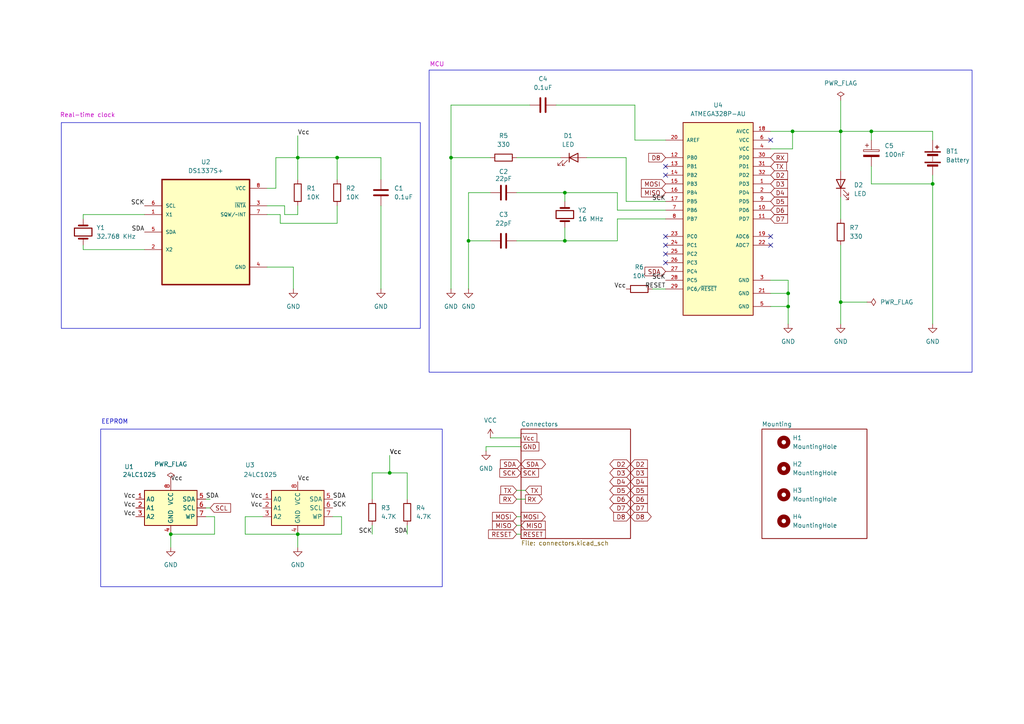
<source format=kicad_sch>
(kicad_sch (version 20250114) (generator "eeschema") (generator_version "9.0")
  (paper "A4")
  (title_block (title "MCU Datalogger") (rev "1") (company "Precious Nedilyn B. Echapare"))
  (lib_symbols
    (symbol "24LC1025_1"
      (property "Reference" "U1" (at -13.462 11.938 0))
      (property "Value" "24LC1025" (at -13.97 9.652 0))
      (symbol "24LC1025_1_1_1"
        (rectangle (start -7.62 5.08) (end 7.62 -5.08) (stroke (width 0.254)) (fill (type background)))
        (pin input line (at -10.16 2.54 0) (length 2.54) (name "A0") (number "1"))
        (pin input line (at -10.16 0 0) (length 2.54) (name "A1") (number "2"))
        (pin input line (at -10.16 -2.54 0) (length 2.54) (name "A2") (number "3"))
        (pin power_in line (at 0 7.62 270) (length 2.54) (name "VCC") (number "8"))
        (pin power_in line (at 0 -7.62 90) (length 2.54) (name "GND") (number "4"))
        (pin bidirectional line (at 10.16 2.54 180) (length 2.54) (name "SDA") (number "5"))
        (pin bidirectional line (at 10.16 0 180) (length 2.54) (name "SCL") (number "6"))
        (pin input line (at 10.16 -2.54 180) (length 2.54) (name "WP") (number "7"))
      )
    )
    (symbol "ATMEGA328P_AU:ATMEGA328P-AU" (pin_names (offset 1.016))
      (property "Reference" "U4" (at 0 33.02 0))
      (property "Value" "ATMEGA328P-AU" (at 0 30.48 0))
      (symbol "ATMEGA328P-AU_0_0"
        (rectangle (start -10.16 27.94) (end 10.16 -27.94) (stroke (width 0.254)) (fill (type background)))
        (pin input line (at -15.24 22.86 0) (length 5.08) (name "AREF") (number "20"))
        (pin bidirectional line (at -15.24 17.78 0) (length 5.08) (name "PB0") (number "12"))
        (pin bidirectional line (at -15.24 15.24 0) (length 5.08) (name "PB1") (number "13"))
        (pin bidirectional line (at -15.24 12.7 0) (length 5.08) (name "PB2") (number "14"))
        (pin bidirectional line (at -15.24 10.16 0) (length 5.08) (name "PB3") (number "15"))
        (pin bidirectional line (at -15.24 7.62 0) (length 5.08) (name "PB4") (number "16"))
        (pin bidirectional line (at -15.24 5.08 0) (length 5.08) (name "PB5") (number "17"))
        (pin bidirectional line (at -15.24 2.54 0) (length 5.08) (name "PB6") (number "7"))
        (pin bidirectional line (at -15.24 0 0) (length 5.08) (name "PB7") (number "8"))
        (pin bidirectional line (at -15.24 -5.08 0) (length 5.08) (name "PC0") (number "23"))
        (pin bidirectional line (at -15.24 -7.62 0) (length 5.08) (name "PC1") (number "24"))
        (pin bidirectional line (at -15.24 -10.16 0) (length 5.08) (name "PC2") (number "25"))
        (pin bidirectional line (at -15.24 -12.7 0) (length 5.08) (name "PC3") (number "26"))
        (pin bidirectional line (at -15.24 -15.24 0) (length 5.08) (name "PC4") (number "27"))
        (pin bidirectional line (at -15.24 -17.78 0) (length 5.08) (name "PC5") (number "28"))
        (pin bidirectional line (at -15.24 -20.32 0) (length 5.08) (name "PC6/~{RESET}") (number "29"))
        (pin power_in line (at 15.24 25.4 180) (length 5.08) (name "AVCC") (number "18"))
        (pin power_in line (at 15.24 22.86 180) (length 5.08) (name "VCC") (number "6"))
        (pin power_in line (at 15.24 20.32 180) (length 5.08) (name "VCC") (number "4"))
        (pin bidirectional line (at 15.24 17.78 180) (length 5.08) (name "PD0") (number "30"))
        (pin bidirectional line (at 15.24 15.24 180) (length 5.08) (name "PD1") (number "31"))
        (pin bidirectional line (at 15.24 12.7 180) (length 5.08) (name "PD2") (number "32"))
        (pin bidirectional line (at 15.24 10.16 180) (length 5.08) (name "PD3") (number "1"))
        (pin bidirectional line (at 15.24 7.62 180) (length 5.08) (name "PD4") (number "2"))
        (pin bidirectional line (at 15.24 5.08 180) (length 5.08) (name "PD5") (number "9"))
        (pin bidirectional line (at 15.24 2.54 180) (length 5.08) (name "PD6") (number "10"))
        (pin bidirectional line (at 15.24 0 180) (length 5.08) (name "PD7") (number "11"))
        (pin bidirectional line (at 15.24 -5.08 180) (length 5.08) (name "ADC6") (number "19"))
        (pin bidirectional line (at 15.24 -7.62 180) (length 5.08) (name "ADC7") (number "22"))
        (pin power_in line (at 15.24 -17.78 180) (length 5.08) (name "GND") (number "3"))
        (pin power_in line (at 15.24 -21.59 180) (length 5.08) (name "GND") (number "21"))
        (pin power_in line (at 15.24 -25.4 180) (length 5.08) (name "GND") (number "5"))
      )
    )
    (symbol "DS1337S:DS1337S_" (pin_names (offset 1.016))
      (property "Reference" "U" (at -12.7 16.24 0))
      (property "Value" "DS1337S_" (at -12.7 -19.24 0))
      (symbol "DS1337S__0_0"
        (rectangle (start -12.7 -15.24) (end 12.7 15.24) (stroke (width 0.41)) (fill (type background)))
        (pin input line (at -17.78 7.62 0) (length 5.08) (name "SCL") (number "6"))
        (pin input line (at -17.78 5.08 0) (length 5.08) (name "X1") (number "1"))
        (pin bidirectional line (at -17.78 0 0) (length 5.08) (name "SDA") (number "5"))
        (pin bidirectional line (at -17.78 -5.08 0) (length 5.08) (name "X2") (number "2"))
        (pin power_in line (at 17.78 12.7 180) (length 5.08) (name "VCC") (number "8"))
        (pin output line (at 17.78 7.62 180) (length 5.08) (name "~{INTA}") (number "3"))
        (pin output line (at 17.78 5.08 180) (length 5.08) (name "SQW/~INT") (number "7"))
        (pin power_in line (at 17.78 -10.16 180) (length 5.08) (name "GND") (number "4"))
      )
    )
    (symbol "Device:Battery" (pin_numbers (hide yes)) (pin_names (offset 0) (hide yes))
      (property "Reference" "BT" (at 2.54 2.54 0))
      (property "Value" "Battery" (at 2.54 0 0))
      (symbol "Battery_0_1"
        (rectangle (start -2.286 1.778) (end 2.286 1.524) (fill (type outline)))
        (rectangle (start -2.286 -1.27) (end 2.286 -1.524) (fill (type outline)))
        (rectangle (start -1.524 1.016) (end 1.524 0.508) (fill (type outline)))
        (rectangle (start -1.524 -2.032) (end 1.524 -2.54) (fill (type outline)))
        (polyline (pts (xy 0 1.778) (xy 0 2.54)))
        (polyline (pts (xy 0 0) (xy 0 0.254)))
        (polyline (pts (xy 0 -0.508) (xy 0 -0.254)))
        (polyline (pts (xy 0 -1.016) (xy 0 -0.762)))
        (polyline (pts (xy 0.762 3.048) (xy 1.778 3.048)) (stroke (width 0.254)))
        (polyline (pts (xy 1.27 3.556) (xy 1.27 2.54)) (stroke (width 0.254)))
      )
      (symbol "Battery_1_1"
        (pin passive line (at 0 5.08 270) (length 2.54) (name "+") (number "1"))
        (pin passive line (at 0 -5.08 90) (length 2.54) (name "-") (number "2"))
      )
    )
    (symbol "Device:C" (pin_numbers (hide yes)) (pin_names (offset 0.254))
      (property "Reference" "C" (at 0.635 2.54 0))
      (property "Value" "C" (at 0.635 -2.54 0))
      (symbol "C_0_1"
        (polyline (pts (xy -2.032 0.762) (xy 2.032 0.762)) (stroke (width 0.508)))
        (polyline (pts (xy -2.032 -0.762) (xy 2.032 -0.762)) (stroke (width 0.508)))
      )
      (symbol "C_1_1"
        (pin passive line (at 0 3.81 270) (length 2.794) (name "~") (number "1"))
        (pin passive line (at 0 -3.81 90) (length 2.794) (name "~") (number "2"))
      )
    )
    (symbol "Device:C_Polarized" (pin_numbers (hide yes)) (pin_names (offset 0.254))
      (property "Reference" "C" (at 0.635 2.54 0))
      (property "Value" "C_Polarized" (at 0.635 -2.54 0))
      (symbol "C_Polarized_0_1"
        (rectangle (start -2.286 0.508) (end 2.286 1.016))
        (polyline (pts (xy -1.778 2.286) (xy -0.762 2.286)))
        (polyline (pts (xy -1.27 2.794) (xy -1.27 1.778)))
        (rectangle (start 2.286 -0.508) (end -2.286 -1.016) (fill (type outline)))
      )
      (symbol "C_Polarized_1_1"
        (pin passive line (at 0 3.81 270) (length 2.794) (name "~") (number "1"))
        (pin passive line (at 0 -3.81 90) (length 2.794) (name "~") (number "2"))
      )
    )
    (symbol "Device:Crystal" (pin_numbers (hide yes)) (pin_names (offset 1.016) (hide yes))
      (property "Reference" "Y" (at 0 3.81 0))
      (property "Value" "Crystal" (at 0 -3.81 0))
      (symbol "Crystal_0_1"
        (polyline (pts (xy -2.54 0) (xy -1.905 0)))
        (polyline (pts (xy -1.905 -1.27) (xy -1.905 1.27)) (stroke (width 0.508)))
        (rectangle (start -1.143 2.54) (end 1.143 -2.54) (stroke (width 0.3048)))
        (polyline (pts (xy 1.905 -1.27) (xy 1.905 1.27)) (stroke (width 0.508)))
        (polyline (pts (xy 2.54 0) (xy 1.905 0)))
      )
      (symbol "Crystal_1_1"
        (pin passive line (at -3.81 0 0) (length 1.27) (name "1") (number "1"))
        (pin passive line (at 3.81 0 180) (length 1.27) (name "2") (number "2"))
      )
    )
    (symbol "Device:LED" (pin_numbers (hide yes)) (pin_names (offset 1.016) (hide yes))
      (property "Reference" "D" (at 0 2.54 0))
      (property "Value" "LED" (at 0 -2.54 0))
      (symbol "LED_0_1"
        (polyline (pts (xy -3.048 -0.762) (xy -4.572 -2.286) (xy -3.81 -2.286) (xy -4.572 -2.286) (xy -4.572 -1.524)))
        (polyline (pts (xy -1.778 -0.762) (xy -3.302 -2.286) (xy -2.54 -2.286) (xy -3.302 -2.286) (xy -3.302 -1.524)))
        (polyline (pts (xy -1.27 0) (xy 1.27 0)))
        (polyline (pts (xy -1.27 -1.27) (xy -1.27 1.27)) (stroke (width 0.254)))
        (polyline (pts (xy 1.27 -1.27) (xy 1.27 1.27) (xy -1.27 0) (xy 1.27 -1.27)) (stroke (width 0.254)))
      )
      (symbol "LED_1_1"
        (pin passive line (at -3.81 0 0) (length 2.54) (name "K") (number "1"))
        (pin passive line (at 3.81 0 180) (length 2.54) (name "A") (number "2"))
      )
    )
    (symbol "Device:R" (pin_numbers (hide yes)) (pin_names (offset 0))
      (property "Reference" "R" (at 2.032 0 90))
      (property "Value" "R" (at 0 0 90))
      (symbol "R_0_1"
        (rectangle (start -1.016 -2.54) (end 1.016 2.54) (stroke (width 0.254)))
      )
      (symbol "R_1_1"
        (pin passive line (at 0 3.81 270) (length 1.27) (name "~") (number "1"))
        (pin passive line (at 0 -3.81 90) (length 1.27) (name "~") (number "2"))
      )
    )
    (symbol "Mechanical:MountingHole" (pin_names (offset 1.016)) (in_bom no)
      (property "Reference" "H" (at 0 5.08 0))
      (property "Value" "MountingHole" (at 0 3.175 0))
      (symbol "MountingHole_0_1"
        (circle (center 0 0) (radius 1.27) (stroke (width 1.27)))
      )
    )
    (symbol "Memory_EEPROM:24LC1025"
      (property "Reference" "U" (at -6.35 6.35 0))
      (property "Value" "24LC1025" (at 1.27 6.35 0))
      (symbol "24LC1025_1_1"
        (rectangle (start -7.62 5.08) (end 7.62 -5.08) (stroke (width 0.254)) (fill (type background)))
        (pin input line (at -10.16 2.54 0) (length 2.54) (name "A0") (number "1"))
        (pin input line (at -10.16 0 0) (length 2.54) (name "A1") (number "2"))
        (pin input line (at -10.16 -2.54 0) (length 2.54) (name "A2") (number "3"))
        (pin power_in line (at 0 7.62 270) (length 2.54) (name "VCC") (number "8"))
        (pin power_in line (at 0 -7.62 90) (length 2.54) (name "GND") (number "4"))
        (pin bidirectional line (at 10.16 2.54 180) (length 2.54) (name "SDA") (number "5"))
        (pin input line (at 10.16 0 180) (length 2.54) (name "SCL") (number "6"))
        (pin input line (at 10.16 -2.54 180) (length 2.54) (name "WP") (number "7"))
      )
    )
    (symbol "power:GND" (power) (pin_numbers (hide yes)) (pin_names (offset 0) (hide yes))
      (property "Value" "GND" (at 0 -3.81 0))
      (symbol "GND_0_1"
        (polyline (pts (xy 0 0) (xy 0 -1.27) (xy 1.27 -1.27) (xy 0 -2.54) (xy -1.27 -1.27) (xy 0 -1.27)))
      )
      (symbol "GND_1_1"
        (pin power_in line (at 0 0 270) (length 0) (name "~") (number "1"))
      )
    )
    (symbol "power:PWR_FLAG" (power) (pin_numbers (hide yes)) (pin_names (offset 0) (hide yes))
      (property "Value" "PWR_FLAG" (at 0 3.81 0))
      (symbol "PWR_FLAG_0_0"
        (pin power_out line (at 0 0 90) (length 0) (name "~") (number "1"))
      )
      (symbol "PWR_FLAG_0_1"
        (polyline (pts (xy 0 0) (xy 0 1.27) (xy -1.016 1.905) (xy 0 2.54) (xy 1.016 1.905) (xy 0 1.27)))
      )
    )
    (symbol "power:VCC" (power) (pin_numbers (hide yes)) (pin_names (offset 0) (hide yes))
      (property "Value" "VCC" (at 0 3.556 0))
      (symbol "VCC_0_1"
        (polyline (pts (xy -0.762 1.27) (xy 0 2.54)))
        (polyline (pts (xy 0 2.54) (xy 0.762 1.27)))
        (polyline (pts (xy 0 0) (xy 0 2.54)))
      )
      (symbol "VCC_1_1"
        (pin power_in line (at 0 0 90) (length 0) (name "~") (number "1"))
      )
    )
  )
  (rectangle (start 124.46 20.32) (end 281.94 107.95))
  (rectangle (start 29.21 124.46) (end 128.27 170.18))
  (rectangle (start 17.78 35.56) (end 121.92 95.25))
  (text "MCU" (at 126.746 18.796 0) (effects (font (size 1.27 1.27))))
  (text "EEPROM" (at 33.274 122.428 0) (effects (font (size 1.27 1.27))))
  (text "Real-time clock" (at 25.4 33.528 0) (effects (font (size 1.27 1.27))))
  (junction (at 113.03 137.16))
  (junction (at 243.84 87.63))
  (junction (at 135.89 69.85))
  (junction (at 130.81 45.72))
  (junction (at 86.36 45.72))
  (junction (at 163.83 69.85))
  (junction (at 270.51 53.34))
  (junction (at 49.53 154.94))
  (junction (at 252.73 38.1))
  (junction (at 97.79 45.72))
  (junction (at 86.36 154.94))
  (junction (at 163.83 55.88))
  (junction (at 243.84 38.1))
  (junction (at 228.6 88.9))
  (junction (at 229.87 38.1))
  (junction (at 228.6 85.09))
  (no_connect (at 193.04 68.58))
  (no_connect (at 223.52 68.58))
  (no_connect (at 193.04 76.2))
  (no_connect (at 193.04 73.66))
  (no_connect (at 193.04 71.12))
  (no_connect (at 193.04 50.8))
  (no_connect (at 223.52 71.12))
  (no_connect (at 193.04 48.26))
  (no_connect (at 223.52 40.64))
  (wire (pts (xy 77.47 77.47) (xy 85.09 77.47)))
  (wire (pts (xy 59.69 147.32) (xy 60.96 147.32)))
  (wire (pts (xy 270.51 38.1) (xy 270.51 40.64)))
  (wire (pts (xy 81.28 62.23) (xy 81.28 64.77)))
  (wire (pts (xy 118.11 137.16) (xy 118.11 144.78)))
  (wire (pts (xy 243.84 71.12) (xy 243.84 87.63)))
  (wire (pts (xy 149.86 144.78) (xy 152.4 144.78)))
  (wire (pts (xy 77.47 59.69) (xy 82.55 59.69)))
  (wire (pts (xy 163.83 58.42) (xy 163.83 55.88)))
  (wire (pts (xy 270.51 50.8) (xy 270.51 53.34)))
  (wire (pts (xy 82.55 62.23) (xy 86.36 62.23)))
  (wire (pts (xy 71.12 149.86) (xy 71.12 154.94)))
  (wire (pts (xy 97.79 64.77) (xy 97.79 59.69)))
  (wire (pts (xy 110.49 59.69) (xy 110.49 83.82)))
  (wire (pts (xy 80.01 54.61) (xy 77.47 54.61)))
  (wire (pts (xy 24.13 71.12) (xy 24.13 72.39)))
  (wire (pts (xy 223.52 88.9) (xy 228.6 88.9)))
  (wire (pts (xy 76.2 149.86) (xy 71.12 149.86)))
  (wire (pts (xy 223.52 43.18) (xy 229.87 43.18)))
  (wire (pts (xy 24.13 72.39) (xy 41.91 72.39)))
  (wire (pts (xy 82.55 59.69) (xy 82.55 62.23)))
  (wire (pts (xy 149.86 55.88) (xy 163.83 55.88)))
  (wire (pts (xy 153.67 30.48) (xy 130.81 30.48)))
  (wire (pts (xy 163.83 69.85) (xy 149.86 69.85)))
  (wire (pts (xy 86.36 45.72) (xy 97.79 45.72)))
  (wire (pts (xy 149.86 142.24) (xy 152.4 142.24)))
  (wire (pts (xy 163.83 55.88) (xy 179.07 55.88)))
  (wire (pts (xy 228.6 85.09) (xy 228.6 88.9)))
  (wire (pts (xy 81.28 64.77) (xy 97.79 64.77)))
  (wire (pts (xy 107.95 137.16) (xy 113.03 137.16)))
  (wire (pts (xy 184.15 30.48) (xy 184.15 40.64)))
  (wire (pts (xy 228.6 81.28) (xy 228.6 85.09)))
  (wire (pts (xy 149.86 45.72) (xy 162.56 45.72)))
  (wire (pts (xy 223.52 38.1) (xy 229.87 38.1)))
  (wire (pts (xy 189.23 83.82) (xy 193.04 83.82)))
  (wire (pts (xy 243.84 38.1) (xy 243.84 49.53)))
  (wire (pts (xy 252.73 53.34) (xy 270.51 53.34)))
  (wire (pts (xy 59.69 149.86) (xy 62.23 149.86)))
  (wire (pts (xy 118.11 152.4) (xy 118.11 154.94)))
  (wire (pts (xy 179.07 55.88) (xy 179.07 60.96)))
  (wire (pts (xy 179.07 63.5) (xy 179.07 69.85)))
  (wire (pts (xy 110.49 45.72) (xy 97.79 45.72)))
  (wire (pts (xy 135.89 55.88) (xy 135.89 69.85)))
  (wire (pts (xy 223.52 81.28) (xy 228.6 81.28)))
  (wire (pts (xy 113.03 132.08) (xy 113.03 137.16)))
  (wire (pts (xy 110.49 52.07) (xy 110.49 45.72)))
  (wire (pts (xy 243.84 87.63) (xy 251.46 87.63)))
  (wire (pts (xy 135.89 69.85) (xy 135.89 83.82)))
  (wire (pts (xy 24.13 62.23) (xy 24.13 63.5)))
  (wire (pts (xy 85.09 77.47) (xy 85.09 83.82)))
  (wire (pts (xy 149.86 154.94) (xy 151.13 154.94)))
  (wire (pts (xy 86.36 154.94) (xy 86.36 158.75)))
  (wire (pts (xy 86.36 62.23) (xy 86.36 59.69)))
  (wire (pts (xy 243.84 57.15) (xy 243.84 63.5)))
  (wire (pts (xy 243.84 29.21) (xy 243.84 38.1)))
  (wire (pts (xy 71.12 154.94) (xy 86.36 154.94)))
  (wire (pts (xy 130.81 45.72) (xy 130.81 83.82)))
  (wire (pts (xy 193.04 63.5) (xy 179.07 63.5)))
  (wire (pts (xy 86.36 45.72) (xy 80.01 45.72)))
  (wire (pts (xy 252.73 48.26) (xy 252.73 53.34)))
  (wire (pts (xy 60.96 144.78) (xy 59.69 144.78)))
  (wire (pts (xy 41.91 62.23) (xy 24.13 62.23)))
  (wire (pts (xy 179.07 60.96) (xy 193.04 60.96)))
  (wire (pts (xy 107.95 144.78) (xy 107.95 137.16)))
  (wire (pts (xy 140.97 129.54) (xy 140.97 130.81)))
  (wire (pts (xy 77.47 62.23) (xy 81.28 62.23)))
  (wire (pts (xy 86.36 52.07) (xy 86.36 45.72)))
  (wire (pts (xy 252.73 38.1) (xy 270.51 38.1)))
  (wire (pts (xy 151.13 129.54) (xy 140.97 129.54)))
  (wire (pts (xy 49.53 154.94) (xy 49.53 158.75)))
  (wire (pts (xy 80.01 45.72) (xy 80.01 54.61)))
  (wire (pts (xy 142.24 127) (xy 151.13 127)))
  (wire (pts (xy 107.95 152.4) (xy 107.95 154.94)))
  (wire (pts (xy 229.87 43.18) (xy 229.87 38.1)))
  (wire (pts (xy 149.86 149.86) (xy 151.13 149.86)))
  (wire (pts (xy 243.84 38.1) (xy 252.73 38.1)))
  (wire (pts (xy 99.06 154.94) (xy 99.06 149.86)))
  (wire (pts (xy 62.23 154.94) (xy 62.23 149.86)))
  (wire (pts (xy 184.15 40.64) (xy 193.04 40.64)))
  (wire (pts (xy 49.53 154.94) (xy 62.23 154.94)))
  (wire (pts (xy 142.24 55.88) (xy 135.89 55.88)))
  (wire (pts (xy 223.52 85.09) (xy 228.6 85.09)))
  (wire (pts (xy 179.07 69.85) (xy 163.83 69.85)))
  (wire (pts (xy 170.18 45.72) (xy 181.61 45.72)))
  (wire (pts (xy 228.6 88.9) (xy 228.6 93.98)))
  (wire (pts (xy 86.36 154.94) (xy 99.06 154.94)))
  (wire (pts (xy 161.29 30.48) (xy 184.15 30.48)))
  (wire (pts (xy 135.89 69.85) (xy 142.24 69.85)))
  (wire (pts (xy 86.36 39.37) (xy 86.36 45.72)))
  (wire (pts (xy 181.61 45.72) (xy 181.61 58.42)))
  (wire (pts (xy 97.79 45.72) (xy 97.79 52.07)))
  (wire (pts (xy 149.86 152.4) (xy 151.13 152.4)))
  (wire (pts (xy 99.06 149.86) (xy 96.52 149.86)))
  (wire (pts (xy 252.73 38.1) (xy 252.73 40.64)))
  (wire (pts (xy 270.51 53.34) (xy 270.51 93.98)))
  (wire (pts (xy 181.61 58.42) (xy 193.04 58.42)))
  (wire (pts (xy 113.03 137.16) (xy 118.11 137.16)))
  (wire (pts (xy 130.81 30.48) (xy 130.81 45.72)))
  (wire (pts (xy 130.81 45.72) (xy 142.24 45.72)))
  (wire (pts (xy 163.83 66.04) (xy 163.83 69.85)))
  (wire (pts (xy 229.87 38.1) (xy 243.84 38.1)))
  (wire (pts (xy 243.84 87.63) (xy 243.84 93.98)))
  (label "Vcc" (at 76.2 144.78 180))
  (label "RESET" (at 193.04 83.82 180))
  (label "Vcc" (at 113.03 132.08 0))
  (label "Vcc" (at 86.36 139.7 0))
  (label "SCK" (at 107.95 154.94 180))
  (label "Vcc" (at 49.53 139.7 0))
  (label "Vcc" (at 39.37 149.86 180))
  (label "SCK" (at 41.91 59.69 180))
  (label "Vcc" (at 39.37 144.78 180))
  (label "Vcc" (at 76.2 147.32 180))
  (label "Vcc" (at 86.36 39.37 0))
  (label "SCK" (at 193.04 81.28 180))
  (label "Vcc" (at 39.37 147.32 180))
  (label "Vcc" (at 181.61 83.82 180))
  (label "SCK" (at 193.04 58.42 180))
  (label "SDA" (at 96.52 144.78 0))
  (label "SDA" (at 118.11 154.94 180))
  (label "SDA" (at 41.91 67.31 180))
  (label "Vcc" (at 113.03 132.08 0))
  (label "SDA" (at 59.69 144.78 0))
  (label "SCK" (at 96.52 147.32 0))
  (global_label "D8" (shape tri_state) (at 182.88 149.86 0) (property "Intersheetrefs" "${INTERSHEET_REFS}" (effects (hide yes))))
  (global_label "D5" (shape tri_state) (at 182.88 142.24 180) (property "Intersheetrefs" "${INTERSHEET_REFS}" (effects (hide yes))))
  (global_label "Vcc" (shape passive) (at 151.13 127 0) (property "Intersheetrefs" "${INTERSHEET_REFS}" (effects (hide yes))))
  (global_label "RESET" (shape passive) (at 151.13 154.94 0) (property "Intersheetrefs" "${INTERSHEET_REFS}" (effects (hide yes))))
  (global_label "MISO" (shape input) (at 151.13 152.4 0) (property "Intersheetrefs" "${INTERSHEET_REFS}" (effects (hide yes))))
  (global_label "RESET" (shape input) (at 149.86 154.94 180) (property "Intersheetrefs" "${INTERSHEET_REFS}" (effects (hide yes))))
  (global_label "MISO" (shape input) (at 193.04 55.88 180) (property "Intersheetrefs" "${INTERSHEET_REFS}" (effects (hide yes))))
  (global_label "TX" (shape input) (at 223.52 48.26 0) (property "Intersheetrefs" "${INTERSHEET_REFS}" (effects (hide yes))))
  (global_label "D4" (shape input) (at 223.52 55.88 0) (property "Intersheetrefs" "${INTERSHEET_REFS}" (effects (hide yes))))
  (global_label "TX" (shape input) (at 152.4 142.24 0) (property "Intersheetrefs" "${INTERSHEET_REFS}" (effects (hide yes))))
  (global_label "SCL" (shape input) (at 60.96 147.32 0) (property "Intersheetrefs" "${INTERSHEET_REFS}" (effects (hide yes))))
  (global_label "D6" (shape input) (at 182.88 144.78 0) (property "Intersheetrefs" "${INTERSHEET_REFS}" (effects (hide yes))))
  (global_label "SDA" (shape input) (at 193.04 78.74 180) (property "Intersheetrefs" "${INTERSHEET_REFS}" (effects (hide yes))))
  (global_label "D3" (shape input) (at 223.52 53.34 0) (property "Intersheetrefs" "${INTERSHEET_REFS}" (effects (hide yes))))
  (global_label "MISO" (shape input) (at 149.86 152.4 180) (property "Intersheetrefs" "${INTERSHEET_REFS}" (effects (hide yes))))
  (global_label "D7" (shape input) (at 182.88 147.32 0) (property "Intersheetrefs" "${INTERSHEET_REFS}" (effects (hide yes))))
  (global_label "D4" (shape tri_state) (at 182.88 139.7 180) (property "Intersheetrefs" "${INTERSHEET_REFS}" (effects (hide yes))))
  (global_label "D8" (shape input) (at 193.04 45.72 180) (property "Intersheetrefs" "${INTERSHEET_REFS}" (effects (hide yes))))
  (global_label "RX" (shape input) (at 223.52 45.72 0) (property "Intersheetrefs" "${INTERSHEET_REFS}" (effects (hide yes))))
  (global_label "D6" (shape tri_state) (at 182.88 144.78 180) (property "Intersheetrefs" "${INTERSHEET_REFS}" (effects (hide yes))))
  (global_label "D5" (shape input) (at 182.88 142.24 0) (property "Intersheetrefs" "${INTERSHEET_REFS}" (effects (hide yes))))
  (global_label "D3" (shape input) (at 182.88 137.16 0) (property "Intersheetrefs" "${INTERSHEET_REFS}" (effects (hide yes))))
  (global_label "MOSI" (shape input) (at 149.86 149.86 180) (property "Intersheetrefs" "${INTERSHEET_REFS}" (effects (hide yes))))
  (global_label "D2" (shape tri_state) (at 182.88 134.62 180) (property "Intersheetrefs" "${INTERSHEET_REFS}" (effects (hide yes))))
  (global_label "SCK" (shape passive) (at 151.13 137.16 0) (property "Intersheetrefs" "${INTERSHEET_REFS}" (effects (hide yes))))
  (global_label "D3" (shape tri_state) (at 182.88 137.16 180) (property "Intersheetrefs" "${INTERSHEET_REFS}" (effects (hide yes))))
  (global_label "D7" (shape tri_state) (at 182.88 147.32 180) (property "Intersheetrefs" "${INTERSHEET_REFS}" (effects (hide yes))))
  (global_label "SCK" (shape input) (at 151.13 137.16 180) (property "Intersheetrefs" "${INTERSHEET_REFS}" (effects (hide yes))))
  (global_label "D2" (shape input) (at 223.52 50.8 0) (property "Intersheetrefs" "${INTERSHEET_REFS}" (effects (hide yes))))
  (global_label "D4" (shape input) (at 182.88 139.7 0) (property "Intersheetrefs" "${INTERSHEET_REFS}" (effects (hide yes))))
  (global_label "SDA" (shape input) (at 151.13 134.62 180) (property "Intersheetrefs" "${INTERSHEET_REFS}" (effects (hide yes))))
  (global_label "D6" (shape input) (at 223.52 60.96 0) (property "Intersheetrefs" "${INTERSHEET_REFS}" (effects (hide yes))))
  (global_label "MOSI" (shape output) (at 151.13 149.86 0) (property "Intersheetrefs" "${INTERSHEET_REFS}" (effects (hide yes))))
  (global_label "SDA" (shape tri_state) (at 151.13 134.62 0) (property "Intersheetrefs" "${INTERSHEET_REFS}" (effects (hide yes))))
  (global_label "TX" (shape input) (at 149.86 142.24 180) (property "Intersheetrefs" "${INTERSHEET_REFS}" (effects (hide yes))))
  (global_label "RX" (shape input) (at 149.86 144.78 180) (property "Intersheetrefs" "${INTERSHEET_REFS}" (effects (hide yes))))
  (global_label "D5" (shape input) (at 223.52 58.42 0) (property "Intersheetrefs" "${INTERSHEET_REFS}" (effects (hide yes))))
  (global_label "MOSI" (shape input) (at 193.04 53.34 180) (property "Intersheetrefs" "${INTERSHEET_REFS}" (effects (hide yes))))
  (global_label "GND" (shape passive) (at 151.13 129.54 0) (property "Intersheetrefs" "${INTERSHEET_REFS}" (effects (hide yes))))
  (global_label "D2" (shape input) (at 182.88 134.62 0) (property "Intersheetrefs" "${INTERSHEET_REFS}" (effects (hide yes))))
  (global_label "D8" (shape input) (at 182.88 149.86 180) (property "Intersheetrefs" "${INTERSHEET_REFS}" (effects (hide yes))))
  (global_label "RX" (shape output) (at 152.4 144.78 0) (property "Intersheetrefs" "${INTERSHEET_REFS}" (effects (hide yes))))
  (global_label "D7" (shape input) (at 223.52 63.5 0) (property "Intersheetrefs" "${INTERSHEET_REFS}" (effects (hide yes))))
  (symbol (lib_id "Mechanical:MountingHole") (at 227.33 143.51 0) (unit 1) (in_bom no)
    (property "Reference" "H3" (at 229.87 142.2399 0) (effects (justify left)))
    (property "Value" "MountingHole" (at 229.87 144.7799 0) (effects (justify left)))
    (property "Description" "Mounting Hole without connection" (effects (hide yes)))
  )
  (symbol (lib_id "Memory_EEPROM:24LC1025") (at 86.36 147.32 0) (unit 1)
    (property "Reference" "U3" (at 71.12 134.874 0) (effects (justify left)))
    (property "Value" "24LC1025" (at 70.612 137.668 0) (effects (justify left)))
    (property "Footprint" "Package_SO:SOIC-8_3.9x4.9mm_P1.27mm" (effects (hide yes)))
    (property "Datasheet" "http://ww1.microchip.com/downloads/en/DeviceDoc/21941B.pdf" (effects (hide yes)))
    (property "Description" "I2C Serial EEPROM, 1024Kb, DIP-8/SOIC-8/TSSOP-8/DFN-8" (effects (hide yes)))
  )
  (symbol (lib_id "power:GND") (at 130.81 83.82 0) (unit 1)
    (property "Reference" "#PWR04" (effects (hide yes)))
    (property "Value" "GND" (at 130.81 88.9 0))
    (property "Description" "Power symbol creates a global label with name \"GND\" , ground" (effects (hide yes)))
  )
  (symbol (lib_id "Device:Crystal") (at 24.13 67.31 90) (unit 1)
    (property "Reference" "Y1" (at 27.94 66.0399 90) (effects (justify right)))
    (property "Value" "32.768 KHz" (at 27.94 68.5799 90) (effects (justify right)))
    (property "Footprint" "Crystal:Crystal_SMD_5032-2Pin_5.0x3.2mm_HandSoldering" (effects (hide yes)))
    (property "Description" "Two pin crystal" (effects (hide yes)))
  )
  (symbol (lib_id "power:GND") (at 49.53 158.75 0) (unit 1)
    (property "Reference" "#PWR09" (effects (hide yes)))
    (property "Value" "GND" (at 49.53 163.83 0))
    (property "Description" "Power symbol creates a global label with name \"GND\" , ground" (effects (hide yes)))
  )
  (symbol (lib_id "Mechanical:MountingHole") (at 227.33 151.13 0) (unit 1) (in_bom no)
    (property "Reference" "H4" (at 229.87 149.8599 0) (effects (justify left)))
    (property "Value" "MountingHole" (at 229.87 152.3999 0) (effects (justify left)))
    (property "Description" "Mounting Hole without connection" (effects (hide yes)))
  )
  (symbol (lib_id "Device:Battery") (at 270.51 45.72 0) (unit 1)
    (property "Reference" "BT1" (at 274.32 43.8784 0) (effects (justify left)))
    (property "Value" "Battery" (at 274.32 46.4184 0) (effects (justify left)))
    (property "Footprint" "Connector_PinHeader_2.54mm:PinHeader_1x02_P2.54mm_Vertical" (effects (hide yes)))
    (property "Description" "Multiple-cell battery" (effects (hide yes)))
  )
  (symbol (lib_id "power:GND") (at 85.09 83.82 0) (unit 1)
    (property "Reference" "#PWR07" (effects (hide yes)))
    (property "Value" "GND" (at 85.09 88.9 0))
    (property "Description" "Power symbol creates a global label with name \"GND\" , ground" (effects (hide yes)))
  )
  (symbol (lib_id "power:PWR_FLAG") (at 49.53 139.7 0) (unit 1)
    (property "Reference" "#FLG03" (effects (hide yes)))
    (property "Value" "PWR_FLAG" (at 49.53 134.62 0))
    (property "Description" "Special symbol for telling ERC where power comes from" (effects (hide yes)))
  )
  (symbol (lib_id "Device:R") (at 146.05 45.72 90) (unit 1)
    (property "Reference" "R5" (at 146.05 39.37 90))
    (property "Value" "330" (at 146.05 41.91 90))
    (property "Footprint" "Resistor_SMD:R_0805_2012Metric" (effects (hide yes)))
    (property "Description" "Resistor" (effects (hide yes)))
  )
  (symbol (lib_id "Mechanical:MountingHole") (at 227.33 135.89 0) (unit 1) (in_bom no)
    (property "Reference" "H2" (at 229.87 134.6199 0) (effects (justify left)))
    (property "Value" "MountingHole" (at 229.87 137.1599 0) (effects (justify left)))
    (property "Description" "Mounting Hole without connection" (effects (hide yes)))
  )
  (symbol (lib_id "power:GND") (at 140.97 130.81 0) (unit 1)
    (property "Reference" "#PWR010" (effects (hide yes)))
    (property "Value" "GND" (at 140.97 135.89 0))
    (property "Description" "Power symbol creates a global label with name \"GND\" , ground" (effects (hide yes)))
  )
  (symbol (lib_id "Device:C") (at 110.49 55.88 0) (unit 1)
    (property "Reference" "C1" (at 114.3 54.6099 0) (effects (font (thickness 0.1588)) (justify left)))
    (property "Value" "0.1uF" (at 114.3 57.1499 0) (effects (justify left)))
    (property "Footprint" "Capacitor_SMD:C_0805_2012Metric" (effects (hide yes)))
    (property "Description" "Unpolarized capacitor" (effects (hide yes)))
  )
  (symbol (lib_id "Device:R") (at 86.36 55.88 0) (unit 1)
    (property "Reference" "R1" (at 88.9 54.6099 0) (effects (justify left)))
    (property "Value" "10K" (at 88.9 57.1499 0) (effects (justify left)))
    (property "Footprint" "Resistor_SMD:R_0805_2012Metric" (effects (hide yes)))
    (property "Description" "Resistor" (effects (hide yes)))
  )
  (symbol (lib_id "power:VCC") (at 142.24 127 0) (unit 1)
    (property "Reference" "#PWR011" (effects (hide yes)))
    (property "Value" "VCC" (at 142.24 121.92 0))
    (property "Description" "Power symbol creates a global label with name \"VCC\"" (effects (hide yes)))
  )
  (symbol (lib_id "power:GND") (at 243.84 93.98 0) (unit 1)
    (property "Reference" "#PWR02" (effects (hide yes)))
    (property "Value" "GND" (at 243.84 99.06 0))
    (property "Description" "Power symbol creates a global label with name \"GND\" , ground" (effects (hide yes)))
  )
  (symbol (lib_id "power:PWR_FLAG") (at 243.84 29.21 0) (unit 1)
    (property "Reference" "#FLG01" (effects (hide yes)))
    (property "Value" "PWR_FLAG" (at 243.84 24.13 0))
    (property "Description" "Special symbol for telling ERC where power comes from" (effects (hide yes)))
  )
  (symbol (lib_id "Device:R") (at 185.42 83.82 90) (unit 1)
    (property "Reference" "R6" (at 185.42 77.47 90))
    (property "Value" "10K" (at 185.42 80.01 90))
    (property "Footprint" "Resistor_SMD:R_0805_2012Metric" (effects (hide yes)))
    (property "Description" "Resistor" (effects (hide yes)))
  )
  (symbol (lib_id "Device:R") (at 107.95 148.59 0) (unit 1)
    (property "Reference" "R3" (at 110.49 147.3199 0) (effects (justify left)))
    (property "Value" "4.7K" (at 110.49 149.8599 0) (effects (justify left)))
    (property "Footprint" "Resistor_SMD:R_0805_2012Metric" (effects (hide yes)))
    (property "Description" "Resistor" (effects (hide yes)))
  )
  (symbol (lib_id "Mechanical:MountingHole") (at 227.33 128.27 0) (unit 1) (in_bom no)
    (property "Reference" "H1" (at 229.87 126.9999 0) (effects (justify left)))
    (property "Value" "MountingHole" (at 229.87 129.5399 0) (effects (justify left)))
    (property "Description" "Mounting Hole without connection" (effects (hide yes)))
  )
  (symbol (lib_id "Device:C") (at 157.48 30.48 90) (unit 1)
    (property "Reference" "C4" (at 157.48 22.86 90))
    (property "Value" "0.1uF" (at 157.48 25.4 90))
    (property "Footprint" "Capacitor_SMD:C_0805_2012Metric" (effects (hide yes)))
    (property "Description" "Unpolarized capacitor" (effects (hide yes)))
  )
  (symbol (lib_id "power:GND") (at 270.51 93.98 0) (unit 1)
    (property "Reference" "#PWR01" (effects (hide yes)))
    (property "Value" "GND" (at 270.51 99.06 0))
    (property "Description" "Power symbol creates a global label with name \"GND\" , ground" (effects (hide yes)))
  )
  (symbol (lib_id "Device:C_Polarized") (at 252.73 44.45 0) (unit 1)
    (property "Reference" "C5" (at 256.54 42.2909 0) (effects (justify left)))
    (property "Value" "100nF" (at 256.54 44.8309 0) (effects (justify left)))
    (property "Footprint" "Capacitor_SMD:C_0805_2012Metric" (effects (hide yes)))
    (property "Description" "Polarized capacitor" (effects (hide yes)))
  )
  (symbol (lib_id "Device:R") (at 118.11 148.59 0) (unit 1)
    (property "Reference" "R4" (at 120.65 147.3199 0) (effects (justify left)))
    (property "Value" "4.7K" (at 120.65 149.8599 0) (effects (justify left)))
    (property "Footprint" "Resistor_SMD:R_0805_2012Metric" (effects (hide yes)))
    (property "Description" "Resistor" (effects (hide yes)))
  )
  (symbol (lib_id "power:GND") (at 135.89 83.82 0) (unit 1)
    (property "Reference" "#PWR05" (effects (hide yes)))
    (property "Value" "GND" (at 135.89 88.9 0))
    (property "Description" "Power symbol creates a global label with name \"GND\" , ground" (effects (hide yes)))
  )
  (symbol (lib_id "Device:R") (at 243.84 67.31 0) (unit 1)
    (property "Reference" "R7" (at 246.38 66.0399 0) (effects (justify left)))
    (property "Value" "330" (at 246.38 68.5799 0) (effects (justify left)))
    (property "Footprint" "Resistor_SMD:R_0805_2012Metric" (effects (hide yes)))
    (property "Description" "Resistor" (effects (hide yes)))
  )
  (symbol (lib_id "Device:R") (at 97.79 55.88 0) (unit 1)
    (property "Reference" "R2" (at 100.33 54.6099 0) (effects (justify left)))
    (property "Value" "10K" (at 100.33 57.1499 0) (effects (justify left)))
    (property "Footprint" "Resistor_SMD:R_0805_2012Metric" (effects (hide yes)))
    (property "Description" "Resistor" (effects (hide yes)))
  )
  (symbol (lib_id "Device:LED") (at 243.84 53.34 90) (unit 1)
    (property "Reference" "D2" (at 247.65 53.6574 90) (effects (justify right)))
    (property "Value" "LED" (at 247.65 56.1974 90) (effects (justify right)))
    (property "Footprint" "LED_SMD:LED_0805_2012Metric" (effects (hide yes)))
    (property "Description" "Light emitting diode" (effects (hide yes)))
    (property "Sim.Pins" "1=K 2=A" (effects (hide yes)))
  )
  (symbol (lib_id "power:GND") (at 86.36 158.75 0) (unit 1)
    (property "Reference" "#PWR08" (effects (hide yes)))
    (property "Value" "GND" (at 86.36 163.83 0))
    (property "Description" "Power symbol creates a global label with name \"GND\" , ground" (effects (hide yes)))
  )
  (symbol (lib_name "24LC1025_1") (lib_id "Memory_EEPROM:24LC1025") (at 49.53 147.32 0) (unit 1)
    (property "Reference" "U1" (at 36.068 135.382 0) (effects (justify left)))
    (property "Value" "24LC1025" (at 35.56 137.668 0) (effects (justify left)))
    (property "Footprint" "Package_SO:SOIC-8_3.9x4.9mm_P1.27mm" (effects (hide yes)))
    (property "Datasheet" "http://ww1.microchip.com/downloads/en/DeviceDoc/21941B.pdf" (effects (hide yes)))
    (property "Description" "I2C Serial EEPROM, 1024Kb, DIP-8/SOIC-8/TSSOP-8/DFN-8" (effects (hide yes)))
  )
  (symbol (lib_id "power:PWR_FLAG") (at 251.46 87.63 270) (unit 1)
    (property "Reference" "#FLG02" (effects (hide yes)))
    (property "Value" "PWR_FLAG" (at 255.27 87.6299 90) (effects (justify left)))
    (property "Description" "Special symbol for telling ERC where power comes from" (effects (hide yes)))
  )
  (symbol (lib_id "Device:C") (at 146.05 55.88 270) (unit 1)
    (property "Reference" "C2" (at 146.05 49.784 90))
    (property "Value" "22pF" (at 146.05 51.816 90))
    (property "Footprint" "Capacitor_SMD:C_0805_2012Metric" (effects (hide yes)))
    (property "Description" "Unpolarized capacitor" (effects (hide yes)))
  )
  (symbol (lib_id "Device:LED") (at 166.37 45.72 0) (unit 1)
    (property "Reference" "D1" (at 164.7825 39.37 0))
    (property "Value" "LED" (at 164.7825 41.91 0))
    (property "Footprint" "LED_SMD:LED_0805_2012Metric" (effects (hide yes)))
    (property "Description" "Light emitting diode" (effects (hide yes)))
    (property "Sim.Pins" "1=K 2=A" (effects (hide yes)))
  )
  (symbol (lib_id "ATMEGA328P_AU:ATMEGA328P-AU") (at 208.28 63.5 0) (unit 1)
    (property "Reference" "U4" (at 208.28 30.48 0))
    (property "Value" "ATMEGA328P-AU" (at 208.28 33.02 0))
    (property "Footprint" "ATMEGA328P_AU:QFP80P900X900X120-32N" (effects (hide yes)))
    (property "MAXIMUM_PACKAGE_HEIGHT" "1.20mm" (effects (hide yes)))
    (property "Package" "TQFP-32 Microchip" (effects (hide yes)))
    (property "Price" "None" (effects (hide yes)))
    (property "Check_prices" "https://www.snapeda.com/parts/ATMEGA328P-AU/Microchip+Technology/view-part/?ref=eda" (effects (hide yes)))
    (property "STANDARD" "IPC-7351B" (effects (hide yes)))
    (property "PARTREV" "8271A" (effects (hide yes)))
    (property "SnapEDA_Link" "https://www.snapeda.com/parts/ATMEGA328P-AU/Microchip+Technology/view-part/?ref=snap" (effects (hide yes)))
    (property "MP" "ATMEGA328P-AU" (effects (hide yes)))
    (property "Description_1" "AVR AVR® ATmega Microcontroller IC 8-Bit 20MHz 32KB (16K x 16) FLASH 32-TQFP (7x7)" (effects (hide yes)))
    (property "Availability" "In Stock" (effects (hide yes)))
    (property "MANUFACTURER" "Microchip" (effects (hide yes)))
  )
  (symbol (lib_id "Device:Crystal") (at 163.83 62.23 90) (unit 1)
    (property "Reference" "Y2" (at 167.64 60.9599 90) (effects (justify right)))
    (property "Value" "16 MHz" (at 167.64 63.4999 90) (effects (justify right)))
    (property "Footprint" "Crystal:Crystal_SMD_5032-2Pin_5.0x3.2mm_HandSoldering" (effects (hide yes)))
    (property "Description" "Two pin crystal" (effects (hide yes)))
  )
  (symbol (lib_id "Device:C") (at 146.05 69.85 270) (unit 1)
    (property "Reference" "C3" (at 146.05 62.23 90))
    (property "Value" "22pF" (at 146.05 64.77 90))
    (property "Footprint" "Capacitor_SMD:C_0805_2012Metric" (effects (hide yes)))
    (property "Description" "Unpolarized capacitor" (effects (hide yes)))
  )
  (symbol (lib_id "power:GND") (at 110.49 83.82 0) (unit 1)
    (property "Reference" "#PWR06" (effects (hide yes)))
    (property "Value" "GND" (at 110.49 88.9 0))
    (property "Description" "Power symbol creates a global label with name \"GND\" , ground" (effects (hide yes)))
  )
  (symbol (lib_id "power:GND") (at 228.6 93.98 0) (unit 1)
    (property "Reference" "#PWR03" (effects (hide yes)))
    (property "Value" "GND" (at 228.6 99.06 0))
    (property "Description" "Power symbol creates a global label with name \"GND\" , ground" (effects (hide yes)))
  )
  (symbol (lib_id "DS1337S:DS1337S_") (at 59.69 67.31 0) (unit 1)
    (property "Reference" "U2" (at 59.69 46.99 0))
    (property "Value" "DS1337S+" (at 59.69 49.53 0))
    (property "Footprint" "DS1337S_plus:SOIC127P600X175-8N" (effects (hide yes)))
    (property "MF" "Analog Devices" (effects (hide yes)))
    (property "Description_1" "Real Time Clock (RTC) IC Clock/Calendar - I²C, 2-Wire Serial 8-SOIC (0.154, 3.90mm Width)" (effects (hide yes)))
    (property "Package" "SOIC-8 Maxim" (effects (hide yes)))
    (property "Price" "None" (effects (hide yes)))
    (property "SnapEDA_Link" "https://www.snapeda.com/parts/DS1337S/Analog+Devices/view-part/?ref=snap" (effects (hide yes)))
    (property "MP" "DS1337S" (effects (hide yes)))
    (property "Availability" "In Stock" (effects (hide yes)))
    (property "Check_prices" "https://www.snapeda.com/parts/DS1337S/Analog+Devices/view-part/?ref=eda" (effects (hide yes)))
  )
  (sheet (at 151.13 124.46) (size 31.75 31.75) (stroke (width 0.1524))
    (property "Sheetname" "Connectors" (at 151.13 123.7484 0) (effects (justify left bottom)))
    (property "Sheetfile" "connectors.kicad_sch" (at 151.13 156.7946 0) (effects (justify left top)))
  )
  (sheet (at 220.98 124.46) (size 30.48 31.75) (stroke (width 0.1524))
    (property "Sheetname" "Mounting" (at 220.98 123.7484 0) (effects (justify left bottom)))
    (property "Sheetfile" "untitled.kicad_sch" (effects (hide yes)))
  )
)
</source>
